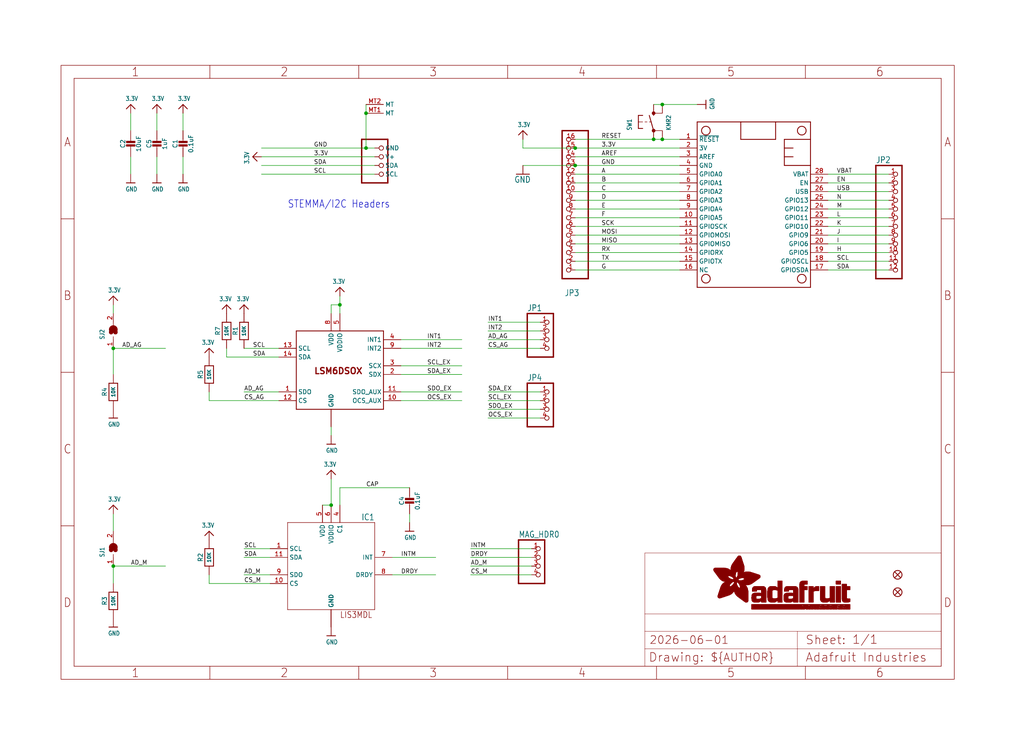
<source format=kicad_sch>
(kicad_sch (version 20230121) (generator eeschema)
  (paper "User" 298.45 217.322)
  (lib_symbols
    (symbol "working-eagle-import:3.3V" (power)
      (property "Value" "3.3V" (at -1.524 1.016 0))
      (symbol "3.3V_1_0"
        (pin power_in line (at 0 -2.54 90) (length 2.54) (name "3.3V") (number "1"))
      )
    )
    (symbol "working-eagle-import:CAP_CERAMIC0603_NO"
      (property "Reference" "C" (at -2.29 1.25 90))
      (symbol "CAP_CERAMIC0603_NO_1_0"
        (pin passive line (at 0 5.08 270) (length 2.54) (name "1") (number "1"))
        (pin passive line (at 0 -2.54 90) (length 2.54) (name "2") (number "2"))
      )
    )
    (symbol "working-eagle-import:CAP_CERAMIC0805-NOOUTLINE"
      (property "Reference" "C" (at -2.29 1.25 90))
      (symbol "CAP_CERAMIC0805-NOOUTLINE_1_0"
        (pin passive line (at 0 5.08 270) (length 2.54) (name "1") (number "1"))
        (pin passive line (at 0 -2.54 90) (length 2.54) (name "2") (number "2"))
      )
    )
    (symbol "working-eagle-import:FEATHERWING"
      (symbol "FEATHERWING_1_0"
        (pin input line (at 5.08 -5.08 90) (length 5.08) (name "~{RESET}") (number "1"))
        (pin bidirectional line (at 27.94 -5.08 90) (length 5.08) (name "GPIOA5") (number "10"))
        (pin bidirectional line (at 30.48 -5.08 90) (length 5.08) (name "GPIOSCK") (number "11"))
        (pin bidirectional line (at 33.02 -5.08 90) (length 5.08) (name "GPIOMOSI") (number "12"))
        (pin bidirectional line (at 35.56 -5.08 90) (length 5.08) (name "GPIOMISO") (number "13"))
        (pin bidirectional line (at 38.1 -5.08 90) (length 5.08) (name "GPIORX") (number "14"))
        (pin bidirectional line (at 40.64 -5.08 90) (length 5.08) (name "GPIOTX") (number "15"))
        (pin passive line (at 43.18 -5.08 90) (length 5.08) (name "NC") (number "16"))
        (pin bidirectional line (at 43.18 38.1 270) (length 5.08) (name "GPIOSDA") (number "17"))
        (pin bidirectional line (at 40.64 38.1 270) (length 5.08) (name "GPIOSCL") (number "18"))
        (pin bidirectional line (at 38.1 38.1 270) (length 5.08) (name "GPIO5") (number "19"))
        (pin power_in line (at 7.62 -5.08 90) (length 5.08) (name "3V") (number "2"))
        (pin bidirectional line (at 35.56 38.1 270) (length 5.08) (name "GPIO6") (number "20"))
        (pin bidirectional line (at 33.02 38.1 270) (length 5.08) (name "GPIO9") (number "21"))
        (pin bidirectional line (at 30.48 38.1 270) (length 5.08) (name "GPIO10") (number "22"))
        (pin bidirectional line (at 27.94 38.1 270) (length 5.08) (name "GPIO11") (number "23"))
        (pin bidirectional line (at 25.4 38.1 270) (length 5.08) (name "GPIO12") (number "24"))
        (pin bidirectional line (at 22.86 38.1 270) (length 5.08) (name "GPIO13") (number "25"))
        (pin power_in line (at 20.32 38.1 270) (length 5.08) (name "USB") (number "26"))
        (pin passive line (at 17.78 38.1 270) (length 5.08) (name "EN") (number "27"))
        (pin power_in line (at 15.24 38.1 270) (length 5.08) (name "VBAT") (number "28"))
        (pin passive line (at 10.16 -5.08 90) (length 5.08) (name "AREF") (number "3"))
        (pin power_in line (at 12.7 -5.08 90) (length 5.08) (name "GND") (number "4"))
        (pin bidirectional line (at 15.24 -5.08 90) (length 5.08) (name "GPIOA0") (number "5"))
        (pin bidirectional line (at 17.78 -5.08 90) (length 5.08) (name "GPIOA1") (number "6"))
        (pin bidirectional line (at 20.32 -5.08 90) (length 5.08) (name "GPIOA2") (number "7"))
        (pin bidirectional line (at 22.86 -5.08 90) (length 5.08) (name "GPIOA3") (number "8"))
        (pin bidirectional line (at 25.4 -5.08 90) (length 5.08) (name "GPIOA4") (number "9"))
      )
    )
    (symbol "working-eagle-import:FIDUCIAL_1MM")
    (symbol "working-eagle-import:FRAME_A4_ADAFRUIT"
      (symbol "FRAME_A4_ADAFRUIT_1_0"
        (text "${#}/${##}" (at 230.505 10.16 0) (effects (font (size 2.54 2.54)) (justify left bottom)))
        (text "${AUTHOR}" (at 189.23 5.08 0) (effects (font (size 2.286 2.286)) (justify left bottom)))
        (text "${CURRENT_DATE}" (at 171.45 10.16 0) (effects (font (size 2.286 2.286)) (justify left bottom)))
        (text "${PROJECTNAME}" (at 171.45 15.24 0) (effects (font (size 2.54 2.54)) (justify left bottom)))
        (text "1" (at 21.6958 1.905 0) (effects (font (size 2.54 2.286))))
        (text "1" (at 21.6958 177.165 0) (effects (font (size 2.54 2.286))))
        (text "2" (at 65.0875 1.905 0) (effects (font (size 2.54 2.286))))
        (text "2" (at 65.0875 177.165 0) (effects (font (size 2.54 2.286))))
        (text "3" (at 108.4792 1.905 0) (effects (font (size 2.54 2.286))))
        (text "3" (at 108.4792 177.165 0) (effects (font (size 2.54 2.286))))
        (text "4" (at 151.8708 1.905 0) (effects (font (size 2.54 2.286))))
        (text "4" (at 151.8708 177.165 0) (effects (font (size 2.54 2.286))))
        (text "5" (at 195.2625 1.905 0) (effects (font (size 2.54 2.286))))
        (text "5" (at 195.2625 177.165 0) (effects (font (size 2.54 2.286))))
        (text "6" (at 238.6542 1.905 0) (effects (font (size 2.54 2.286))))
        (text "6" (at 238.6542 177.165 0) (effects (font (size 2.54 2.286))))
        (text "A" (at 1.905 156.6863 0) (effects (font (size 2.54 2.286))))
        (text "A" (at 258.445 156.6863 0) (effects (font (size 2.54 2.286))))
        (text "Adafruit Industries" (at 216.916 4.953 0) (effects (font (size 2.54 2.54)) (justify left bottom)))
        (text "B" (at 1.905 111.9188 0) (effects (font (size 2.54 2.286))))
        (text "B" (at 258.445 111.9188 0) (effects (font (size 2.54 2.286))))
        (text "C" (at 1.905 67.1513 0) (effects (font (size 2.54 2.286))))
        (text "C" (at 258.445 67.1513 0) (effects (font (size 2.54 2.286))))
        (text "D" (at 1.905 22.3838 0) (effects (font (size 2.54 2.286))))
        (text "D" (at 258.445 22.3838 0) (effects (font (size 2.54 2.286))))
        (text "Drawing:" (at 171.196 4.953 0) (effects (font (size 2.54 2.54)) (justify left bottom)))
        (text "Sheet:" (at 216.916 10.033 0) (effects (font (size 2.54 2.54)) (justify left bottom)))
      )
    )
    (symbol "working-eagle-import:GND" (power)
      (property "Value" "GND" (at -1.524 -2.54 0))
      (symbol "GND_1_0"
        (pin power_in line (at 0 2.54 270) (length 2.54) (name "GND") (number "1"))
      )
    )
    (symbol "working-eagle-import:HEADER-1X12"
      (property "Reference" "JP" (at -6.35 18.415 0))
      (symbol "HEADER-1X12_1_0"
        (pin passive inverted (at -2.54 15.24 0) (length 2.54) (name "1") (number "1"))
        (pin passive inverted (at -2.54 -7.62 0) (length 2.54) (name "10") (number "10"))
        (pin passive inverted (at -2.54 -10.16 0) (length 2.54) (name "11") (number "11"))
        (pin passive inverted (at -2.54 -12.7 0) (length 2.54) (name "12") (number "12"))
        (pin passive inverted (at -2.54 12.7 0) (length 2.54) (name "2") (number "2"))
        (pin passive inverted (at -2.54 10.16 0) (length 2.54) (name "3") (number "3"))
        (pin passive inverted (at -2.54 7.62 0) (length 2.54) (name "4") (number "4"))
        (pin passive inverted (at -2.54 5.08 0) (length 2.54) (name "5") (number "5"))
        (pin passive inverted (at -2.54 2.54 0) (length 2.54) (name "6") (number "6"))
        (pin passive inverted (at -2.54 0 0) (length 2.54) (name "7") (number "7"))
        (pin passive inverted (at -2.54 -2.54 0) (length 2.54) (name "8") (number "8"))
        (pin passive inverted (at -2.54 -5.08 0) (length 2.54) (name "9") (number "9"))
      )
    )
    (symbol "working-eagle-import:HEADER-1X16ROUND"
      (property "Reference" "JP" (at -6.35 20.955 0))
      (symbol "HEADER-1X16ROUND_1_0"
        (pin passive inverted (at -2.54 17.78 0) (length 2.54) (name "1") (number "1"))
        (pin passive inverted (at -2.54 -5.08 0) (length 2.54) (name "10") (number "10"))
        (pin passive inverted (at -2.54 -7.62 0) (length 2.54) (name "11") (number "11"))
        (pin passive inverted (at -2.54 -10.16 0) (length 2.54) (name "12") (number "12"))
        (pin passive inverted (at -2.54 -12.7 0) (length 2.54) (name "13") (number "13"))
        (pin passive inverted (at -2.54 -15.24 0) (length 2.54) (name "14") (number "14"))
        (pin passive inverted (at -2.54 -17.78 0) (length 2.54) (name "15") (number "15"))
        (pin passive inverted (at -2.54 -20.32 0) (length 2.54) (name "16") (number "16"))
        (pin passive inverted (at -2.54 15.24 0) (length 2.54) (name "2") (number "2"))
        (pin passive inverted (at -2.54 12.7 0) (length 2.54) (name "3") (number "3"))
        (pin passive inverted (at -2.54 10.16 0) (length 2.54) (name "4") (number "4"))
        (pin passive inverted (at -2.54 7.62 0) (length 2.54) (name "5") (number "5"))
        (pin passive inverted (at -2.54 5.08 0) (length 2.54) (name "6") (number "6"))
        (pin passive inverted (at -2.54 2.54 0) (length 2.54) (name "7") (number "7"))
        (pin passive inverted (at -2.54 0 0) (length 2.54) (name "8") (number "8"))
        (pin passive inverted (at -2.54 -2.54 0) (length 2.54) (name "9") (number "9"))
      )
    )
    (symbol "working-eagle-import:HEADER-1X4ROUND"
      (property "Reference" "JP" (at -6.35 8.255 0))
      (symbol "HEADER-1X4ROUND_1_0"
        (pin passive inverted (at -2.54 5.08 0) (length 2.54) (name "1") (number "1"))
        (pin passive inverted (at -2.54 2.54 0) (length 2.54) (name "2") (number "2"))
        (pin passive inverted (at -2.54 0 0) (length 2.54) (name "3") (number "3"))
        (pin passive inverted (at -2.54 -2.54 0) (length 2.54) (name "4") (number "4"))
      )
    )
    (symbol "working-eagle-import:LIS3MDL"
      (property "Reference" "IC" (at 12.7 15.24 0))
      (symbol "LIS3MDL_1_0"
        (text "LIS3MDL" (at 2.54 -15.24 0) (effects (font (size 1.778 1.5113)) (justify left bottom)))
        (pin input line (at -17.78 5.08 0) (length 5.08) (name "SCL") (number "1"))
        (pin input line (at -17.78 -5.08 0) (length 5.08) (name "CS") (number "10"))
        (pin bidirectional line (at -17.78 2.54 0) (length 5.08) (name "SDA") (number "11"))
        (pin power_in line (at 0 -17.78 90) (length 5.08) (name "GND") (number "12"))
        (pin power_in line (at 0 -17.78 90) (length 5.08) (name "GND") (number "2"))
        (pin power_in line (at 0 -17.78 90) (length 5.08) (name "GND") (number "3"))
        (pin input line (at 2.54 17.78 270) (length 5.08) (name "C1") (number "4"))
        (pin power_in line (at -2.54 17.78 270) (length 5.08) (name "VDD") (number "5"))
        (pin power_in line (at 0 17.78 270) (length 5.08) (name "VDDIO") (number "6"))
        (pin output line (at 17.78 2.54 180) (length 5.08) (name "INT") (number "7"))
        (pin output line (at 17.78 -2.54 180) (length 5.08) (name "DRDY") (number "8"))
        (pin bidirectional line (at -17.78 -2.54 0) (length 5.08) (name "SDO") (number "9"))
      )
    )
    (symbol "working-eagle-import:LSM6DSOX"
      (symbol "LSM6DSOX_1_0"
        (text "LSM6DSOX" (at -5.08 -2.54 0) (effects (font (size 1.778 1.778) (thickness 0.3556) bold) (justify left bottom)))
        (pin bidirectional line (at -15.24 -7.62 0) (length 5.08) (name "SDO") (number "1"))
        (pin bidirectional line (at 20.32 -10.16 180) (length 5.08) (name "OCS_AUX") (number "10"))
        (pin bidirectional line (at 20.32 -7.62 180) (length 5.08) (name "SDO_AUX") (number "11"))
        (pin bidirectional line (at -15.24 -10.16 0) (length 5.08) (name "CS") (number "12"))
        (pin bidirectional line (at -15.24 5.08 0) (length 5.08) (name "SCL") (number "13"))
        (pin bidirectional line (at -15.24 2.54 0) (length 5.08) (name "SDA") (number "14"))
        (pin bidirectional line (at 20.32 -2.54 180) (length 5.08) (name "SDX") (number "2"))
        (pin bidirectional line (at 20.32 0 180) (length 5.08) (name "SCX") (number "3"))
        (pin bidirectional line (at 20.32 7.62 180) (length 5.08) (name "INT1") (number "4"))
        (pin power_in line (at 2.54 15.24 270) (length 5.08) (name "VDDIO") (number "5"))
        (pin power_in line (at 0 -17.78 90) (length 5.08) (name "GND") (number "6"))
        (pin power_in line (at 0 -17.78 90) (length 5.08) (name "GND") (number "7"))
        (pin power_in line (at 0 15.24 270) (length 5.08) (name "VDD") (number "8"))
        (pin bidirectional line (at 20.32 5.08 180) (length 5.08) (name "INT2") (number "9"))
      )
    )
    (symbol "working-eagle-import:RESISTOR_0603_NOOUT"
      (property "Reference" "R" (at 0 2.54 0))
      (symbol "RESISTOR_0603_NOOUT_1_0"
        (pin passive line (at -5.08 0 0) (length 2.54) (name "1") (number "1"))
        (pin passive line (at 5.08 0 180) (length 2.54) (name "2") (number "2"))
      )
    )
    (symbol "working-eagle-import:SOLDERJUMPER"
      (property "Reference" "SJ" (at -2.54 2.54 0))
      (symbol "SOLDERJUMPER_1_0"
        (pin passive line (at -5.08 0 0) (length 2.54) (name "1") (number "1"))
        (pin passive line (at 5.08 0 180) (length 2.54) (name "2") (number "2"))
      )
    )
    (symbol "working-eagle-import:STEMMA_I2C_QT"
      (symbol "STEMMA_I2C_QT_1_0"
        (pin passive inverted (at 0 5.08 0) (length 2.54) (name "GND") (number "1"))
        (pin passive inverted (at 0 2.54 0) (length 2.54) (name "V+") (number "2"))
        (pin passive inverted (at 0 0 0) (length 2.54) (name "SDA") (number "3"))
        (pin passive inverted (at 0 -2.54 0) (length 2.54) (name "SCL") (number "4"))
      )
      (symbol "STEMMA_I2C_QT_2_0"
        (pin bidirectional line (at 0 0 0) (length 5.08) (name "MT") (number "MT1"))
      )
      (symbol "STEMMA_I2C_QT_3_0"
        (pin bidirectional line (at 0 0 0) (length 5.08) (name "MT") (number "MT2"))
      )
    )
    (symbol "working-eagle-import:SWITCH_TACT_SMT4.6X2.8"
      (property "Reference" "SW" (at -2.54 6.35 0))
      (symbol "SWITCH_TACT_SMT4.6X2.8_1_0"
        (pin passive line (at -5.08 0 0) (length 2.54) (name "P") (number "A"))
        (pin passive line (at -5.08 -2.54 0) (length 2.54) (name "P1") (number "A'"))
        (pin passive line (at 5.08 0 180) (length 2.54) (name "S") (number "B"))
        (pin passive line (at 5.08 -2.54 180) (length 2.54) (name "S1") (number "B'"))
      )
    )
    (symbol "working-eagle-import:supply1_GND" (power)
      (property "Value" "supply1_GND" (at -2.54 -2.54 0))
      (symbol "supply1_GND_1_0"
        (pin power_in line (at 0 2.54 270) (length 2.54) (name "GND") (number "1"))
      )
    )
  )
  (junction (at 193.04 30.48))
  (junction (at 106.68 33.02))
  (junction (at 33.02 101.6))
  (junction (at 167.64 43.18))
  (junction (at 96.52 147.32))
  (junction (at 190.5 40.64))
  (junction (at 99.06 88.9))
  (junction (at 33.02 165.1))
  (junction (at 167.64 48.26))
  (junction (at 106.68 43.18))
  (junction (at 193.04 40.64))
  (wire (pts (xy 167.64 50.8) (xy 198.12 50.8)) (stroke (width 0.1524)))
  (wire (pts (xy 66.04 104.14) (xy 66.04 101.6)) (stroke (width 0.1524)))
  (wire (pts (xy 134.62 101.6) (xy 116.84 101.6)) (stroke (width 0.1524)))
  (wire (pts (xy 167.64 40.64) (xy 190.5 40.64)) (stroke (width 0.1524)))
  (wire (pts (xy 116.84 116.84) (xy 134.62 116.84)) (stroke (width 0.1524)))
  (wire (pts (xy 167.64 60.96) (xy 198.12 60.96)) (stroke (width 0.1524)))
  (wire (pts (xy 76.2 45.72) (xy 109.22 45.72)) (stroke (width 0.1524)))
  (wire (pts (xy 116.84 99.06) (xy 134.62 99.06)) (stroke (width 0.1524)))
  (wire (pts (xy 96.52 124.46) (xy 96.52 127)) (stroke (width 0.1524)))
  (wire (pts (xy 137.16 162.56) (xy 154.94 162.56)) (stroke (width 0.1524)))
  (wire (pts (xy 167.64 68.58) (xy 198.12 68.58)) (stroke (width 0.1524)))
  (wire (pts (xy 99.06 147.32) (xy 99.06 142.24)) (stroke (width 0.1524)))
  (wire (pts (xy 127 167.64) (xy 114.3 167.64)) (stroke (width 0.1524)))
  (wire (pts (xy 45.72 45.72) (xy 45.72 50.8)) (stroke (width 0.1524)))
  (wire (pts (xy 157.48 119.38) (xy 142.24 119.38)) (stroke (width 0.1524)))
  (wire (pts (xy 259.08 63.5) (xy 241.3 63.5)) (stroke (width 0.1524)))
  (wire (pts (xy 33.02 109.22) (xy 33.02 101.6)) (stroke (width 0.1524)))
  (wire (pts (xy 106.68 30.48) (xy 106.68 33.02)) (stroke (width 0.1524)))
  (wire (pts (xy 259.08 50.8) (xy 241.3 50.8)) (stroke (width 0.1524)))
  (wire (pts (xy 81.28 116.84) (xy 60.96 116.84)) (stroke (width 0.1524)))
  (wire (pts (xy 33.02 165.1) (xy 48.26 165.1)) (stroke (width 0.1524)))
  (wire (pts (xy 259.08 53.34) (xy 241.3 53.34)) (stroke (width 0.1524)))
  (wire (pts (xy 76.2 50.8) (xy 109.22 50.8)) (stroke (width 0.1524)))
  (wire (pts (xy 190.5 30.48) (xy 193.04 30.48)) (stroke (width 0.1524)))
  (wire (pts (xy 259.08 55.88) (xy 241.3 55.88)) (stroke (width 0.1524)))
  (wire (pts (xy 259.08 71.12) (xy 241.3 71.12)) (stroke (width 0.1524)))
  (wire (pts (xy 96.52 147.32) (xy 96.52 139.7)) (stroke (width 0.1524)))
  (wire (pts (xy 167.64 48.26) (xy 152.4 48.26)) (stroke (width 0.1524)))
  (wire (pts (xy 259.08 68.58) (xy 241.3 68.58)) (stroke (width 0.1524)))
  (wire (pts (xy 142.24 96.52) (xy 157.48 96.52)) (stroke (width 0.1524)))
  (wire (pts (xy 190.5 40.64) (xy 193.04 40.64)) (stroke (width 0.1524)))
  (wire (pts (xy 134.62 109.22) (xy 116.84 109.22)) (stroke (width 0.1524)))
  (wire (pts (xy 96.52 88.9) (xy 96.52 91.44)) (stroke (width 0.1524)))
  (wire (pts (xy 259.08 60.96) (xy 241.3 60.96)) (stroke (width 0.1524)))
  (wire (pts (xy 167.64 66.04) (xy 198.12 66.04)) (stroke (width 0.1524)))
  (wire (pts (xy 154.94 160.02) (xy 137.16 160.02)) (stroke (width 0.1524)))
  (wire (pts (xy 154.94 167.64) (xy 137.16 167.64)) (stroke (width 0.1524)))
  (wire (pts (xy 167.64 45.72) (xy 198.12 45.72)) (stroke (width 0.1524)))
  (wire (pts (xy 78.74 170.18) (xy 60.96 170.18)) (stroke (width 0.1524)))
  (wire (pts (xy 142.24 101.6) (xy 157.48 101.6)) (stroke (width 0.1524)))
  (wire (pts (xy 38.1 45.72) (xy 38.1 50.8)) (stroke (width 0.1524)))
  (wire (pts (xy 33.02 149.86) (xy 33.02 154.94)) (stroke (width 0.1524)))
  (wire (pts (xy 167.64 78.74) (xy 198.12 78.74)) (stroke (width 0.1524)))
  (wire (pts (xy 116.84 114.3) (xy 134.62 114.3)) (stroke (width 0.1524)))
  (wire (pts (xy 60.96 167.64) (xy 60.96 170.18)) (stroke (width 0.1524)))
  (wire (pts (xy 93.98 147.32) (xy 96.52 147.32)) (stroke (width 0.1524)))
  (wire (pts (xy 193.04 40.64) (xy 198.12 40.64)) (stroke (width 0.1524)))
  (wire (pts (xy 106.68 43.18) (xy 76.2 43.18)) (stroke (width 0.1524)))
  (wire (pts (xy 142.24 121.92) (xy 157.48 121.92)) (stroke (width 0.1524)))
  (wire (pts (xy 96.52 88.9) (xy 99.06 88.9)) (stroke (width 0.1524)))
  (wire (pts (xy 33.02 91.44) (xy 33.02 88.9)) (stroke (width 0.1524)))
  (wire (pts (xy 259.08 58.42) (xy 241.3 58.42)) (stroke (width 0.1524)))
  (wire (pts (xy 167.64 73.66) (xy 198.12 73.66)) (stroke (width 0.1524)))
  (wire (pts (xy 157.48 99.06) (xy 142.24 99.06)) (stroke (width 0.1524)))
  (wire (pts (xy 259.08 78.74) (xy 241.3 78.74)) (stroke (width 0.1524)))
  (wire (pts (xy 154.94 165.1) (xy 137.16 165.1)) (stroke (width 0.1524)))
  (wire (pts (xy 167.64 48.26) (xy 198.12 48.26)) (stroke (width 0.1524)))
  (wire (pts (xy 167.64 43.18) (xy 198.12 43.18)) (stroke (width 0.1524)))
  (wire (pts (xy 99.06 91.44) (xy 99.06 88.9)) (stroke (width 0.1524)))
  (wire (pts (xy 116.84 106.68) (xy 134.62 106.68)) (stroke (width 0.1524)))
  (wire (pts (xy 106.68 33.02) (xy 106.68 43.18)) (stroke (width 0.1524)))
  (wire (pts (xy 109.22 43.18) (xy 106.68 43.18)) (stroke (width 0.1524)))
  (wire (pts (xy 167.64 43.18) (xy 152.4 43.18)) (stroke (width 0.1524)))
  (wire (pts (xy 259.08 76.2) (xy 241.3 76.2)) (stroke (width 0.1524)))
  (wire (pts (xy 99.06 142.24) (xy 119.38 142.24)) (stroke (width 0.1524)))
  (wire (pts (xy 259.08 66.04) (xy 241.3 66.04)) (stroke (width 0.1524)))
  (wire (pts (xy 81.28 114.3) (xy 71.12 114.3)) (stroke (width 0.1524)))
  (wire (pts (xy 119.38 149.86) (xy 119.38 152.4)) (stroke (width 0.1524)))
  (wire (pts (xy 71.12 101.6) (xy 81.28 101.6)) (stroke (width 0.1524)))
  (wire (pts (xy 259.08 73.66) (xy 241.3 73.66)) (stroke (width 0.1524)))
  (wire (pts (xy 109.22 48.26) (xy 76.2 48.26)) (stroke (width 0.1524)))
  (wire (pts (xy 114.3 162.56) (xy 127 162.56)) (stroke (width 0.1524)))
  (wire (pts (xy 78.74 167.64) (xy 71.12 167.64)) (stroke (width 0.1524)))
  (wire (pts (xy 99.06 88.9) (xy 99.06 86.36)) (stroke (width 0.1524)))
  (wire (pts (xy 167.64 55.88) (xy 198.12 55.88)) (stroke (width 0.1524)))
  (wire (pts (xy 152.4 43.18) (xy 152.4 40.64)) (stroke (width 0.1524)))
  (wire (pts (xy 45.72 38.1) (xy 45.72 33.02)) (stroke (width 0.1524)))
  (wire (pts (xy 193.04 30.48) (xy 203.2 30.48)) (stroke (width 0.1524)))
  (wire (pts (xy 33.02 165.1) (xy 33.02 170.18)) (stroke (width 0.1524)))
  (wire (pts (xy 38.1 38.1) (xy 38.1 33.02)) (stroke (width 0.1524)))
  (wire (pts (xy 157.48 114.3) (xy 142.24 114.3)) (stroke (width 0.1524)))
  (wire (pts (xy 167.64 63.5) (xy 198.12 63.5)) (stroke (width 0.1524)))
  (wire (pts (xy 167.64 58.42) (xy 198.12 58.42)) (stroke (width 0.1524)))
  (wire (pts (xy 53.34 45.72) (xy 53.34 50.8)) (stroke (width 0.1524)))
  (wire (pts (xy 167.64 71.12) (xy 198.12 71.12)) (stroke (width 0.1524)))
  (wire (pts (xy 33.02 101.6) (xy 48.26 101.6)) (stroke (width 0.1524)))
  (wire (pts (xy 71.12 162.56) (xy 78.74 162.56)) (stroke (width 0.1524)))
  (wire (pts (xy 167.64 76.2) (xy 198.12 76.2)) (stroke (width 0.1524)))
  (wire (pts (xy 142.24 116.84) (xy 157.48 116.84)) (stroke (width 0.1524)))
  (wire (pts (xy 81.28 104.14) (xy 66.04 104.14)) (stroke (width 0.1524)))
  (wire (pts (xy 167.64 53.34) (xy 198.12 53.34)) (stroke (width 0.1524)))
  (wire (pts (xy 78.74 160.02) (xy 71.12 160.02)) (stroke (width 0.1524)))
  (wire (pts (xy 53.34 33.02) (xy 53.34 38.1)) (stroke (width 0.1524)))
  (wire (pts (xy 60.96 116.84) (xy 60.96 114.3)) (stroke (width 0.1524)))
  (wire (pts (xy 157.48 93.98) (xy 142.24 93.98)) (stroke (width 0.1524)))
  (text "STEMMA/I2C Headers" (at 83.82 60.96 0) (effects (font (size 2.1844 1.8567)) (justify left bottom)))
  (label "B" (at 175.26 53.34 0) (effects (font (size 1.2446 1.2446))))
  (label "SDO_EX" (at 124.46 114.3 0) (effects (font (size 1.2446 1.2446))))
  (label "SCL" (at 71.12 160.02 0) (effects (font (size 1.2446 1.2446))))
  (label "RESET" (at 175.26 40.64 0) (effects (font (size 1.2446 1.2446))))
  (label "G" (at 175.26 78.74 0) (effects (font (size 1.2446 1.2446))))
  (label "AD_M" (at 71.12 167.64 0) (effects (font (size 1.2446 1.2446))))
  (label "AD_AG" (at 35.56 101.6 0) (effects (font (size 1.2446 1.2446))))
  (label "I" (at 243.84 71.12 0) (effects (font (size 1.2446 1.2446))))
  (label "RX" (at 175.26 73.66 0) (effects (font (size 1.2446 1.2446))))
  (label "INT2" (at 142.24 96.52 0) (effects (font (size 1.2446 1.2446))))
  (label "SCL" (at 73.66 101.6 0) (effects (font (size 1.2446 1.2446))))
  (label "INTM" (at 137.16 160.02 0) (effects (font (size 1.2446 1.2446))))
  (label "SDO_EX" (at 142.24 119.38 0) (effects (font (size 1.2446 1.2446))))
  (label "EN" (at 243.84 53.34 0) (effects (font (size 1.2446 1.2446))))
  (label "SCL_EX" (at 142.24 116.84 0) (effects (font (size 1.2446 1.2446))))
  (label "C" (at 175.26 55.88 0) (effects (font (size 1.2446 1.2446))))
  (label "CS_M" (at 137.16 167.64 0) (effects (font (size 1.2446 1.2446))))
  (label "CS_M" (at 71.12 170.18 0) (effects (font (size 1.2446 1.2446))))
  (label "DRDY" (at 116.84 167.64 0) (effects (font (size 1.2446 1.2446))))
  (label "N" (at 243.84 58.42 0) (effects (font (size 1.2446 1.2446))))
  (label "SDA" (at 71.12 162.56 0) (effects (font (size 1.2446 1.2446))))
  (label "INT1" (at 124.46 99.06 0) (effects (font (size 1.2446 1.2446))))
  (label "3.3V" (at 175.26 43.18 0) (effects (font (size 1.2446 1.2446))))
  (label "AREF" (at 175.26 45.72 0) (effects (font (size 1.2446 1.2446))))
  (label "A" (at 175.26 50.8 0) (effects (font (size 1.2446 1.2446))))
  (label "MOSI" (at 175.26 68.58 0) (effects (font (size 1.2446 1.2446))))
  (label "K" (at 243.84 66.04 0) (effects (font (size 1.2446 1.2446))))
  (label "L" (at 243.84 63.5 0) (effects (font (size 1.2446 1.2446))))
  (label "SCL" (at 91.44 50.8 0) (effects (font (size 1.2446 1.2446))))
  (label "AD_M" (at 38.1 165.1 0) (effects (font (size 1.2446 1.2446))))
  (label "J" (at 243.84 68.58 0) (effects (font (size 1.2446 1.2446))))
  (label "GND" (at 175.26 48.26 0) (effects (font (size 1.2446 1.2446))))
  (label "CS_AG" (at 142.24 101.6 0) (effects (font (size 1.2446 1.2446))))
  (label "INTM" (at 116.84 162.56 0) (effects (font (size 1.2446 1.2446))))
  (label "CS_AG" (at 71.12 116.84 0) (effects (font (size 1.2446 1.2446))))
  (label "AD_AG" (at 71.12 114.3 0) (effects (font (size 1.2446 1.2446))))
  (label "AD_M" (at 137.16 165.1 0) (effects (font (size 1.2446 1.2446))))
  (label "MISO" (at 175.26 71.12 0) (effects (font (size 1.2446 1.2446))))
  (label "E" (at 175.26 60.96 0) (effects (font (size 1.2446 1.2446))))
  (label "TX" (at 175.26 76.2 0) (effects (font (size 1.2446 1.2446))))
  (label "SCL_EX" (at 124.46 106.68 0) (effects (font (size 1.2446 1.2446))))
  (label "D" (at 175.26 58.42 0) (effects (font (size 1.2446 1.2446))))
  (label "INT1" (at 142.24 93.98 0) (effects (font (size 1.2446 1.2446))))
  (label "INT2" (at 124.46 101.6 0) (effects (font (size 1.2446 1.2446))))
  (label "H" (at 243.84 73.66 0) (effects (font (size 1.2446 1.2446))))
  (label "GND" (at 91.44 43.18 0) (effects (font (size 1.2446 1.2446))))
  (label "AD_AG" (at 142.24 99.06 0) (effects (font (size 1.2446 1.2446))))
  (label "M" (at 243.84 60.96 0) (effects (font (size 1.2446 1.2446))))
  (label "SDA_EX" (at 142.24 114.3 0) (effects (font (size 1.2446 1.2446))))
  (label "VBAT" (at 243.84 50.8 0) (effects (font (size 1.2446 1.2446))))
  (label "OCS_EX" (at 142.24 121.92 0) (effects (font (size 1.2446 1.2446))))
  (label "F" (at 175.26 63.5 0) (effects (font (size 1.2446 1.2446))))
  (label "OCS_EX" (at 124.46 116.84 0) (effects (font (size 1.2446 1.2446))))
  (label "SCK" (at 175.26 66.04 0) (effects (font (size 1.2446 1.2446))))
  (label "USB" (at 243.84 55.88 0) (effects (font (size 1.2446 1.2446))))
  (label "SDA_EX" (at 124.46 109.22 0) (effects (font (size 1.2446 1.2446))))
  (label "SDA" (at 91.44 48.26 0) (effects (font (size 1.2446 1.2446))))
  (label "CAP" (at 106.68 142.24 0) (effects (font (size 1.2446 1.2446))))
  (label "3.3V" (at 91.44 45.72 0) (effects (font (size 1.2446 1.2446))))
  (label "SDA" (at 243.84 78.74 0) (effects (font (size 1.2446 1.2446))))
  (label "SDA" (at 73.66 104.14 0) (effects (font (size 1.2446 1.2446))))
  (label "DRDY" (at 137.16 162.56 0) (effects (font (size 1.2446 1.2446))))
  (label "SCL" (at 243.84 76.2 0) (effects (font (size 1.2446 1.2446))))
  (symbol (lib_id "working-eagle-import:3.3V") (at 33.02 147.32 0) (unit 1)
    (property "Reference" "#U$33" (effects hide))
    (property "Value" "3.3V" (at 31.496 146.304 0) (effects (font (size 1.27 1.0795)) (justify left bottom)))
  )
  (symbol (lib_id "working-eagle-import:STEMMA_I2C_QT") (at 109.22 48.26 0) (unit 1)
    (property "Reference" "CONN4" (effects hide))
    (property "Value" "STEMMA_I2C_QT" (effects hide))
    (property "Footprint" "working:JST_SH4" (effects hide))
  )
  (symbol (lib_id "working-eagle-import:STEMMA_I2C_QT") (at 106.68 33.02 0) (unit 2)
    (property "Reference" "CONN4" (effects hide))
    (property "Value" "STEMMA_I2C_QT" (effects hide))
    (property "Footprint" "working:JST_SH4" (effects hide))
  )
  (symbol (lib_id "working-eagle-import:3.3V") (at 73.66 45.72 90) (mirror x) (unit 1)
    (property "Reference" "#U$5" (effects hide))
    (property "Value" "3.3V" (at 72.644 44.196 0) (effects (font (size 1.27 1.0795)) (justify left bottom)))
  )
  (symbol (lib_id "working-eagle-import:LSM6DSOX") (at 96.52 106.68 0) (unit 1)
    (property "Reference" "U$35" (effects hide))
    (property "Value" "LSM6DSOX" (effects hide))
    (property "Footprint" "working:LGA-14L" (effects hide))
  )
  (symbol (lib_id "working-eagle-import:3.3V") (at 99.06 83.82 0) (mirror y) (unit 1)
    (property "Reference" "#U$28" (effects hide))
    (property "Value" "3.3V" (at 100.584 82.804 0) (effects (font (size 1.27 1.0795)) (justify left bottom)))
  )
  (symbol (lib_id "working-eagle-import:GND") (at 33.02 121.92 0) (unit 1)
    (property "Reference" "#U$8" (effects hide))
    (property "Value" "GND" (at 31.496 124.46 0) (effects (font (size 1.27 1.0795)) (justify left bottom)))
  )
  (symbol (lib_id "working-eagle-import:3.3V") (at 152.4 38.1 0) (unit 1)
    (property "Reference" "#U$40" (effects hide))
    (property "Value" "3.3V" (at 150.876 37.084 0) (effects (font (size 1.27 1.0795)) (justify left bottom)))
  )
  (symbol (lib_id "working-eagle-import:GND") (at 96.52 185.42 0) (unit 1)
    (property "Reference" "#U$2" (effects hide))
    (property "Value" "GND" (at 94.996 187.96 0) (effects (font (size 1.27 1.0795)) (justify left bottom)))
  )
  (symbol (lib_id "working-eagle-import:GND") (at 96.52 129.54 0) (unit 1)
    (property "Reference" "#U$12" (effects hide))
    (property "Value" "GND" (at 94.996 132.08 0) (effects (font (size 1.27 1.0795)) (justify left bottom)))
  )
  (symbol (lib_id "working-eagle-import:RESISTOR_0603_NOOUT") (at 60.96 109.22 90) (unit 1)
    (property "Reference" "R5" (at 58.42 109.22 0))
    (property "Value" "10K" (at 60.96 109.22 0) (effects (font (size 1.016 1.016) bold)))
    (property "Footprint" "working:0603-NO" (effects hide))
  )
  (symbol (lib_id "working-eagle-import:HEADER-1X4ROUND") (at 160.02 119.38 0) (unit 1)
    (property "Reference" "JP4" (at 153.67 111.125 0) (effects (font (size 1.778 1.5113)) (justify left bottom)))
    (property "Value" "HEADER-1X4ROUND" (effects hide))
    (property "Footprint" "working:1X04_ROUND" (effects hide))
  )
  (symbol (lib_id "working-eagle-import:STEMMA_I2C_QT") (at 106.68 30.48 0) (unit 3)
    (property "Reference" "CONN4" (effects hide))
    (property "Value" "STEMMA_I2C_QT" (effects hide))
    (property "Footprint" "working:JST_SH4" (effects hide))
  )
  (symbol (lib_id "working-eagle-import:3.3V") (at 60.96 101.6 0) (mirror y) (unit 1)
    (property "Reference" "#U$3" (effects hide))
    (property "Value" "3.3V" (at 62.484 100.584 0) (effects (font (size 1.27 1.0795)) (justify left bottom)))
  )
  (symbol (lib_id "working-eagle-import:3.3V") (at 96.52 137.16 0) (mirror y) (unit 1)
    (property "Reference" "#U$4" (effects hide))
    (property "Value" "3.3V" (at 98.044 136.144 0) (effects (font (size 1.27 1.0795)) (justify left bottom)))
  )
  (symbol (lib_id "working-eagle-import:SOLDERJUMPER") (at 33.02 160.02 90) (unit 1)
    (property "Reference" "SJ1" (at 30.48 162.56 0) (effects (font (size 1.27 1.0795)) (justify left bottom)))
    (property "Value" "SOLDERJUMPER" (effects hide))
    (property "Footprint" "working:SOLDERJUMPER_ARROW_NOPASTE" (effects hide))
  )
  (symbol (lib_id "working-eagle-import:HEADER-1X12") (at 261.62 66.04 0) (unit 1)
    (property "Reference" "JP2" (at 255.27 47.625 0) (effects (font (size 1.778 1.5113)) (justify left bottom)))
    (property "Value" "HEADER-1X12" (effects hide))
    (property "Footprint" "working:1X12_ROUND" (effects hide))
  )
  (symbol (lib_id "working-eagle-import:GND") (at 45.72 53.34 0) (unit 1)
    (property "Reference" "#U$27" (effects hide))
    (property "Value" "GND" (at 44.196 55.88 0) (effects (font (size 1.27 1.0795)) (justify left bottom)))
  )
  (symbol (lib_id "working-eagle-import:3.3V") (at 60.96 154.94 0) (mirror y) (unit 1)
    (property "Reference" "#U$1" (effects hide))
    (property "Value" "3.3V" (at 62.484 153.924 0) (effects (font (size 1.27 1.0795)) (justify left bottom)))
  )
  (symbol (lib_id "working-eagle-import:HEADER-1X4ROUND") (at 157.48 165.1 0) (unit 1)
    (property "Reference" "MAG_HDR0" (at 151.13 156.845 0) (effects (font (size 1.778 1.5113)) (justify left bottom)))
    (property "Value" "HEADER-1X4ROUND" (effects hide))
    (property "Footprint" "working:1X04_ROUND" (effects hide))
  )
  (symbol (lib_id "working-eagle-import:RESISTOR_0603_NOOUT") (at 33.02 175.26 90) (unit 1)
    (property "Reference" "R3" (at 30.48 175.26 0))
    (property "Value" "10K" (at 33.02 175.26 0) (effects (font (size 1.016 1.016) bold)))
    (property "Footprint" "working:0603-NO" (effects hide))
  )
  (symbol (lib_id "working-eagle-import:FIDUCIAL_1MM") (at 261.62 172.72 0) (unit 1)
    (property "Reference" "FID1" (effects hide))
    (property "Value" "FIDUCIAL_1MM" (effects hide))
    (property "Footprint" "working:FIDUCIAL_1MM" (effects hide))
  )
  (symbol (lib_id "working-eagle-import:HEADER-1X4ROUND") (at 160.02 99.06 0) (unit 1)
    (property "Reference" "JP1" (at 153.67 90.805 0) (effects (font (size 1.778 1.5113)) (justify left bottom)))
    (property "Value" "HEADER-1X4ROUND" (effects hide))
    (property "Footprint" "working:1X04_ROUND" (effects hide))
  )
  (symbol (lib_id "working-eagle-import:GND") (at 53.34 53.34 0) (unit 1)
    (property "Reference" "#U$6" (effects hide))
    (property "Value" "GND" (at 51.816 55.88 0) (effects (font (size 1.27 1.0795)) (justify left bottom)))
  )
  (symbol (lib_id "working-eagle-import:3.3V") (at 38.1 30.48 0) (unit 1)
    (property "Reference" "#U$15" (effects hide))
    (property "Value" "3.3V" (at 36.576 29.464 0) (effects (font (size 1.27 1.0795)) (justify left bottom)))
  )
  (symbol (lib_id "working-eagle-import:RESISTOR_0603_NOOUT") (at 66.04 96.52 90) (unit 1)
    (property "Reference" "R7" (at 63.5 96.52 0))
    (property "Value" "10K" (at 66.04 96.52 0) (effects (font (size 1.016 1.016) bold)))
    (property "Footprint" "working:0603-NO" (effects hide))
  )
  (symbol (lib_id "working-eagle-import:CAP_CERAMIC0603_NO") (at 119.38 147.32 0) (unit 1)
    (property "Reference" "C4" (at 117.09 146.07 90))
    (property "Value" "0.1uF" (at 121.68 146.07 90))
    (property "Footprint" "working:0603-NO" (effects hide))
  )
  (symbol (lib_id "working-eagle-import:FRAME_A4_ADAFRUIT") (at 17.78 198.12 0) (unit 1)
    (property "Reference" "#U$18" (effects hide))
    (property "Value" "FRAME_A4_ADAFRUIT" (effects hide))
  )
  (symbol (lib_id "working-eagle-import:GND") (at 33.02 182.88 0) (unit 1)
    (property "Reference" "#U$11" (effects hide))
    (property "Value" "GND" (at 31.496 185.42 0) (effects (font (size 1.27 1.0795)) (justify left bottom)))
  )
  (symbol (lib_id "working-eagle-import:GND") (at 38.1 53.34 0) (unit 1)
    (property "Reference" "#U$16" (effects hide))
    (property "Value" "GND" (at 36.576 55.88 0) (effects (font (size 1.27 1.0795)) (justify left bottom)))
  )
  (symbol (lib_id "working-eagle-import:FIDUCIAL_1MM") (at 261.62 167.64 0) (unit 1)
    (property "Reference" "FID2" (effects hide))
    (property "Value" "FIDUCIAL_1MM" (effects hide))
    (property "Footprint" "working:FIDUCIAL_1MM" (effects hide))
  )
  (symbol (lib_id "working-eagle-import:SOLDERJUMPER") (at 33.02 96.52 90) (unit 1)
    (property "Reference" "SJ2" (at 30.48 99.06 0) (effects (font (size 1.27 1.0795)) (justify left bottom)))
    (property "Value" "SOLDERJUMPER" (effects hide))
    (property "Footprint" "working:SOLDERJUMPER_ARROW_NOPASTE" (effects hide))
  )
  (symbol (lib_id "working-eagle-import:3.3V") (at 33.02 86.36 0) (unit 1)
    (property "Reference" "#U$34" (effects hide))
    (property "Value" "3.3V" (at 31.496 85.344 0) (effects (font (size 1.27 1.0795)) (justify left bottom)))
  )
  (symbol (lib_id "working-eagle-import:CAP_CERAMIC0603_NO") (at 53.34 43.18 0) (unit 1)
    (property "Reference" "C1" (at 51.05 41.93 90))
    (property "Value" "0.1uF" (at 55.64 41.93 90))
    (property "Footprint" "working:0603-NO" (effects hide))
  )
  (symbol (lib_id "working-eagle-import:3.3V") (at 45.72 30.48 0) (unit 1)
    (property "Reference" "#U$22" (effects hide))
    (property "Value" "3.3V" (at 44.196 29.464 0) (effects (font (size 1.27 1.0795)) (justify left bottom)))
  )
  (symbol (lib_id "working-eagle-import:3.3V") (at 53.34 30.48 0) (unit 1)
    (property "Reference" "#U$14" (effects hide))
    (property "Value" "3.3V" (at 51.816 29.464 0) (effects (font (size 1.27 1.0795)) (justify left bottom)))
  )
  (symbol (lib_id "working-eagle-import:HEADER-1X16ROUND") (at 165.1 60.96 180) (unit 1)
    (property "Reference" "JP3" (at 168.91 84.455 0) (effects (font (size 1.778 1.5113)) (justify left bottom)))
    (property "Value" "HEADER-1X16ROUND" (effects hide))
    (property "Footprint" "working:1X16_ROUND" (effects hide))
  )
  (symbol (lib_id "working-eagle-import:RESISTOR_0603_NOOUT") (at 33.02 114.3 90) (unit 1)
    (property "Reference" "R4" (at 30.48 114.3 0))
    (property "Value" "10K" (at 33.02 114.3 0) (effects (font (size 1.016 1.016) bold)))
    (property "Footprint" "working:0603-NO" (effects hide))
  )
  (symbol (lib_id "working-eagle-import:supply1_GND") (at 152.4 50.8 0) (unit 1)
    (property "Reference" "#GND1" (effects hide))
    (property "Value" "GND" (at 149.86 53.34 0) (effects (font (size 1.778 1.5113)) (justify left bottom)))
  )
  (symbol (lib_id "working-eagle-import:3.3V") (at 66.04 88.9 0) (mirror y) (unit 1)
    (property "Reference" "#U$10" (effects hide))
    (property "Value" "3.3V" (at 67.564 87.884 0) (effects (font (size 1.27 1.0795)) (justify left bottom)))
  )
  (symbol (lib_id "working-eagle-import:GND") (at 119.38 154.94 0) (unit 1)
    (property "Reference" "#U$9" (effects hide))
    (property "Value" "GND" (at 117.856 157.48 0) (effects (font (size 1.27 1.0795)) (justify left bottom)))
  )
  (symbol (lib_id "working-eagle-import:CAP_CERAMIC0603_NO") (at 45.72 43.18 0) (unit 1)
    (property "Reference" "C5" (at 43.43 41.93 90))
    (property "Value" "1uF" (at 48.02 41.93 90))
    (property "Footprint" "working:0603-NO" (effects hide))
  )
  (symbol (lib_id "working-eagle-import:FEATHERWING") (at 203.2 35.56 270) (unit 1)
    (property "Reference" "MS1" (effects hide))
    (property "Value" "FEATHERWING" (effects hide))
    (property "Footprint" "working:FEATHERWING" (effects hide))
  )
  (symbol (lib_id "working-eagle-import:3.3V") (at 71.12 88.9 0) (mirror y) (unit 1)
    (property "Reference" "#U$7" (effects hide))
    (property "Value" "3.3V" (at 72.644 87.884 0) (effects (font (size 1.27 1.0795)) (justify left bottom)))
  )
  (symbol (lib_id "working-eagle-import:GND") (at 205.74 30.48 90) (unit 1)
    (property "Reference" "#U$46" (effects hide))
    (property "Value" "GND" (at 208.28 32.004 0) (effects (font (size 1.27 1.0795)) (justify left bottom)))
  )
  (symbol (lib_id "working-eagle-import:CAP_CERAMIC0805-NOOUTLINE") (at 38.1 43.18 0) (unit 1)
    (property "Reference" "C2" (at 35.81 41.93 90))
    (property "Value" "10uF" (at 40.4 41.93 90))
    (property "Footprint" "working:0805-NO" (effects hide))
  )
  (symbol (lib_id "working-eagle-import:LIS3MDL") (at 96.52 165.1 0) (unit 1)
    (property "Reference" "IC1" (at 109.22 149.86 0) (effects (font (size 1.778 1.5113)) (justify right top)))
    (property "Value" "LIS3MDL" (effects hide))
    (property "Footprint" "working:LGA12_2X2MM" (effects hide))
  )
  (symbol (lib_id "working-eagle-import:RESISTOR_0603_NOOUT") (at 60.96 162.56 90) (unit 1)
    (property "Reference" "R2" (at 58.42 162.56 0))
    (property "Value" "10K" (at 60.96 162.56 0) (effects (font (size 1.016 1.016) bold)))
    (property "Footprint" "working:0603-NO" (effects hide))
  )
  (symbol (lib_id "working-eagle-import:SWITCH_TACT_SMT4.6X2.8") (at 190.5 35.56 90) (unit 1)
    (property "Reference" "SW1" (at 184.15 38.1 0) (effects (font (size 1.27 1.0795)) (justify left bottom)))
    (property "Value" "KMR2" (at 195.58 38.1 0) (effects (font (size 1.27 1.0795)) (justify left bottom)))
    (property "Footprint" "working:BTN_KMR2_4.6X2.8" (effects hide))
  )
  (symbol (lib_id "working-eagle-import:RESISTOR_0603_NOOUT") (at 71.12 96.52 90) (unit 1)
    (property "Reference" "R1" (at 68.58 96.52 0))
    (property "Value" "10K" (at 71.12 96.52 0) (effects (font (size 1.016 1.016) bold)))
    (property "Footprint" "working:0603-NO" (effects hide))
  )
)
</source>
